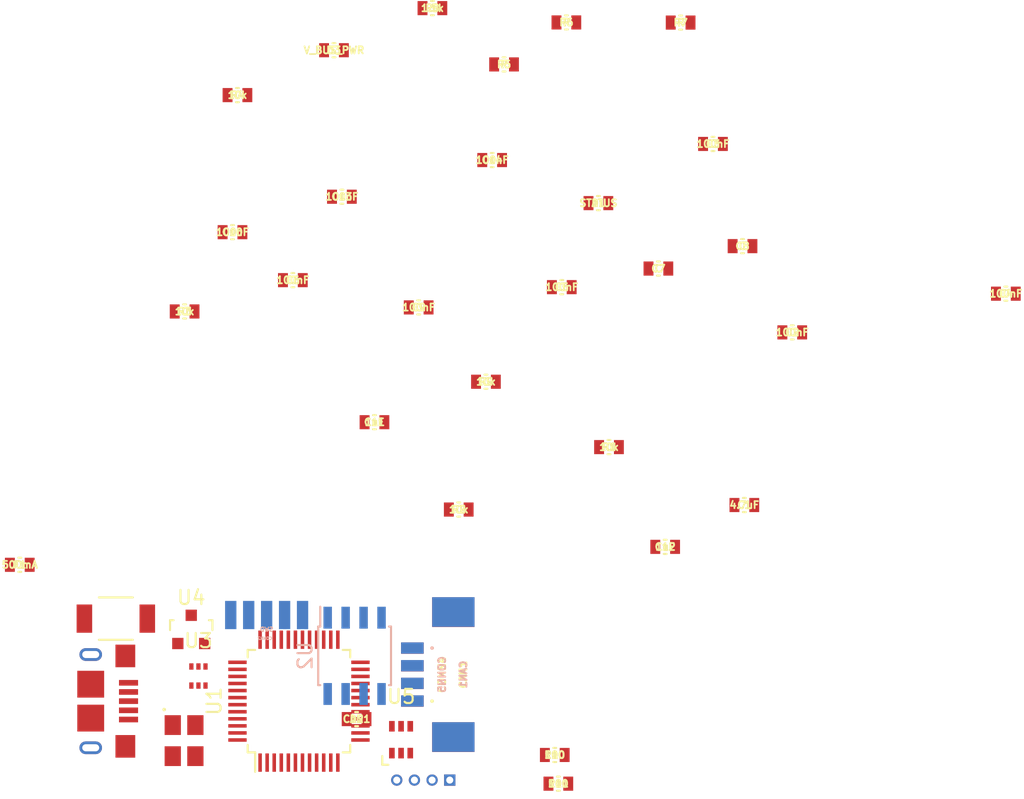
<source format=kicad_pcb>
(kicad_pcb (version 4) (host pcbnew "(2015-10-14 BZR 6267)-product")

  (general
    (links 113)
    (no_connects 112)
    (area 0 0 0 0)
    (thickness 1.6)
    (drawings 4)
    (tracks 7)
    (zones 0)
    (modules 41)
    (nets 55)
  )

  (page A4)
  (layers
    (0 F.Cu signal)
    (31 B.Cu signal)
    (32 B.Adhes user)
    (33 F.Adhes user)
    (34 B.Paste user)
    (35 F.Paste user)
    (36 B.SilkS user)
    (37 F.SilkS user)
    (38 B.Mask user)
    (39 F.Mask user)
    (40 Dwgs.User user)
    (41 Cmts.User user)
    (42 Eco1.User user)
    (43 Eco2.User user)
    (44 Edge.Cuts user)
    (45 Margin user)
    (46 B.CrtYd user)
    (47 F.CrtYd user)
    (48 B.Fab user)
    (49 F.Fab user)
  )

  (setup
    (last_trace_width 0.25)
    (trace_clearance 0.2)
    (zone_clearance 0.508)
    (zone_45_only no)
    (trace_min 0.2)
    (segment_width 0.2)
    (edge_width 0.1)
    (via_size 0.6)
    (via_drill 0.4)
    (via_min_size 0.4)
    (via_min_drill 0.3)
    (uvia_size 0.3)
    (uvia_drill 0.1)
    (uvias_allowed no)
    (uvia_min_size 0.2)
    (uvia_min_drill 0.1)
    (pcb_text_width 0.3)
    (pcb_text_size 1.5 1.5)
    (mod_edge_width 0.15)
    (mod_text_size 1 1)
    (mod_text_width 0.15)
    (pad_size 1.5 1.5)
    (pad_drill 0.6)
    (pad_to_mask_clearance 0)
    (aux_axis_origin 0 0)
    (visible_elements FFFFFF7F)
    (pcbplotparams
      (layerselection 0x00030_80000001)
      (usegerberextensions false)
      (excludeedgelayer true)
      (linewidth 0.100000)
      (plotframeref false)
      (viasonmask false)
      (mode 1)
      (useauxorigin false)
      (hpglpennumber 1)
      (hpglpenspeed 20)
      (hpglpendiameter 15)
      (hpglpenoverlay 2)
      (psnegative false)
      (psa4output false)
      (plotreference true)
      (plotvalue true)
      (plotinvisibletext false)
      (padsonsilk false)
      (subtractmaskfromsilk false)
      (outputformat 1)
      (mirror false)
      (drillshape 1)
      (scaleselection 1)
      (outputdirectory ""))
  )

  (net 0 "")
  (net 1 VCC)
  (net 2 GND)
  (net 3 /NRST)
  (net 4 "Net-(C7-Pad2)")
  (net 5 "Net-(C8-Pad2)")
  (net 6 /V_USB)
  (net 7 "Net-(C13-Pad1)")
  (net 8 /V_BUS)
  (net 9 /SWCLK)
  (net 10 /SWDIO)
  (net 11 "Net-(CONN3-Pad6)")
  (net 12 "Net-(CONN4-Pad4)")
  (net 13 "Net-(CONN4-Pad3)")
  (net 14 /STATUS_LED)
  (net 15 "Net-(D1-Pad1)")
  (net 16 /CAN1_LED)
  (net 17 "Net-(D2-Pad1)")
  (net 18 "Net-(D3-Pad1)")
  (net 19 /BOOT0)
  (net 20 /V_BUS_SENSE)
  (net 21 /USB_D+)
  (net 22 /V_BUS_ENABLE)
  (net 23 /CAN1_RX)
  (net 24 /CAN1_TX)
  (net 25 "Net-(CONN1-Pad4)")
  (net 26 "Net-(CONN1-Pad3)")
  (net 27 /UART1_RX)
  (net 28 /UART1_TX)
  (net 29 "Net-(CONN3-Pad2)")
  (net 30 "Net-(CONN3-Pad3)")
  (net 31 "Net-(U1-Pad2)")
  (net 32 "Net-(U1-Pad3)")
  (net 33 "Net-(U1-Pad4)")
  (net 34 "Net-(U1-Pad12)")
  (net 35 "Net-(U1-Pad13)")
  (net 36 "Net-(U1-Pad14)")
  (net 37 "Net-(U1-Pad15)")
  (net 38 "Net-(U1-Pad16)")
  (net 39 "Net-(U1-Pad17)")
  (net 40 /CAN_SILENT)
  (net 41 "Net-(U1-Pad22)")
  (net 42 "Net-(U1-Pad25)")
  (net 43 "Net-(U1-Pad26)")
  (net 44 "Net-(U1-Pad27)")
  (net 45 "Net-(U1-Pad28)")
  (net 46 "Net-(U1-Pad29)")
  (net 47 "Net-(U1-Pad30)")
  (net 48 "Net-(U1-Pad31)")
  (net 49 /USB_D-)
  (net 50 "Net-(U1-Pad38)")
  (net 51 "Net-(U1-Pad39)")
  (net 52 "Net-(U1-Pad40)")
  (net 53 "Net-(U1-Pad41)")
  (net 54 "Net-(U5-Pad6)")

  (net_class Default "This is the default net class."
    (clearance 0.2)
    (trace_width 0.25)
    (via_dia 0.6)
    (via_drill 0.4)
    (uvia_dia 0.3)
    (uvia_drill 0.1)
    (add_net /BOOT0)
    (add_net /CAN1_LED)
    (add_net /CAN1_RX)
    (add_net /CAN1_TX)
    (add_net /CAN_SILENT)
    (add_net /NRST)
    (add_net /STATUS_LED)
    (add_net /SWCLK)
    (add_net /SWDIO)
    (add_net /UART1_RX)
    (add_net /UART1_TX)
    (add_net /USB_D+)
    (add_net /USB_D-)
    (add_net /V_BUS)
    (add_net /V_BUS_ENABLE)
    (add_net /V_BUS_SENSE)
    (add_net /V_USB)
    (add_net GND)
    (add_net "Net-(C13-Pad1)")
    (add_net "Net-(C7-Pad2)")
    (add_net "Net-(C8-Pad2)")
    (add_net "Net-(CONN1-Pad3)")
    (add_net "Net-(CONN1-Pad4)")
    (add_net "Net-(CONN3-Pad2)")
    (add_net "Net-(CONN3-Pad3)")
    (add_net "Net-(CONN3-Pad6)")
    (add_net "Net-(CONN4-Pad3)")
    (add_net "Net-(CONN4-Pad4)")
    (add_net "Net-(D1-Pad1)")
    (add_net "Net-(D2-Pad1)")
    (add_net "Net-(D3-Pad1)")
    (add_net "Net-(U1-Pad12)")
    (add_net "Net-(U1-Pad13)")
    (add_net "Net-(U1-Pad14)")
    (add_net "Net-(U1-Pad15)")
    (add_net "Net-(U1-Pad16)")
    (add_net "Net-(U1-Pad17)")
    (add_net "Net-(U1-Pad2)")
    (add_net "Net-(U1-Pad22)")
    (add_net "Net-(U1-Pad25)")
    (add_net "Net-(U1-Pad26)")
    (add_net "Net-(U1-Pad27)")
    (add_net "Net-(U1-Pad28)")
    (add_net "Net-(U1-Pad29)")
    (add_net "Net-(U1-Pad3)")
    (add_net "Net-(U1-Pad30)")
    (add_net "Net-(U1-Pad31)")
    (add_net "Net-(U1-Pad38)")
    (add_net "Net-(U1-Pad39)")
    (add_net "Net-(U1-Pad4)")
    (add_net "Net-(U1-Pad40)")
    (add_net "Net-(U1-Pad41)")
    (add_net "Net-(U5-Pad6)")
    (add_net VCC)
  )

  (module _connectors:_Molex-PicoBlade-SMD-4 (layer F.Cu) (tedit 530D06C3) (tstamp 56201A2B)
    (at 146.304 125.3771 90)
    (path /5561FFB6)
    (fp_text reference CONN4 (at 0 -0.8 90) (layer F.SilkS)
      (effects (font (size 0.5 0.5) (thickness 0.125)))
    )
    (fp_text value CAN1 (at 0 0.7 90) (layer F.SilkS)
      (effects (font (size 0.5 0.5) (thickness 0.125)))
    )
    (fp_line (start -1.875 -1.5) (end -1.875 -1.51) (layer F.SilkS) (width 0.25))
    (pad 4 smd rect (at 1.875 -2.9 90) (size 0.8 1.6) (layers F.Cu F.Paste F.Mask)
      (net 12 "Net-(CONN4-Pad4)"))
    (pad 3 smd rect (at 0.625 -2.9 90) (size 0.8 1.6) (layers F.Cu F.Paste F.Mask)
      (net 13 "Net-(CONN4-Pad3)"))
    (pad 2 smd rect (at -0.625 -2.9 90) (size 0.8 1.6) (layers F.Cu F.Paste F.Mask)
      (net 2 GND))
    (pad 1 smd rect (at -1.875 -2.9 90) (size 0.8 1.6) (layers F.Cu F.Paste F.Mask)
      (net 8 /V_BUS))
    (pad MECH smd rect (at -4.425 0 90) (size 2.1 3) (layers F.Cu F.Paste F.Mask)
      (net 2 GND))
    (pad MECH smd rect (at 4.425 0 90) (size 2.1 3) (layers F.Cu F.Paste F.Mask)
      (net 2 GND))
  )

  (module _connectors:_Molex-PicoBlade-SMD-4 (layer B.Cu) (tedit 530D06C3) (tstamp 56201A36)
    (at 146.304 125.369 270)
    (path /55D47BFA)
    (fp_text reference CONN5 (at 0 0.8 270) (layer B.SilkS)
      (effects (font (size 0.5 0.5) (thickness 0.125)) (justify mirror))
    )
    (fp_text value CAN1 (at 0 -0.7 270) (layer B.SilkS)
      (effects (font (size 0.5 0.5) (thickness 0.125)) (justify mirror))
    )
    (fp_line (start -1.875 1.5) (end -1.875 1.51) (layer B.SilkS) (width 0.25))
    (pad 4 smd rect (at 1.875 2.9 270) (size 0.8 1.6) (layers B.Cu B.Paste B.Mask)
      (net 12 "Net-(CONN4-Pad4)"))
    (pad 3 smd rect (at 0.625 2.9 270) (size 0.8 1.6) (layers B.Cu B.Paste B.Mask)
      (net 13 "Net-(CONN4-Pad3)"))
    (pad 2 smd rect (at -0.625 2.9 270) (size 0.8 1.6) (layers B.Cu B.Paste B.Mask)
      (net 2 GND))
    (pad 1 smd rect (at -1.875 2.9 270) (size 0.8 1.6) (layers B.Cu B.Paste B.Mask)
      (net 8 /V_BUS))
    (pad MECH smd rect (at -4.425 0 270) (size 2.1 3) (layers B.Cu B.Paste B.Mask)
      (net 2 GND))
    (pad MECH smd rect (at 4.425 0 270) (size 2.1 3) (layers B.Cu B.Paste B.Mask)
      (net 2 GND))
  )

  (module Housings_QFP:LQFP-48_7x7mm_Pitch0.5mm (layer F.Cu) (tedit 5625633E) (tstamp 56201B38)
    (at 135.382 127.254 90)
    (descr "48 LEAD LQFP 7x7mm (see MICREL LQFP7x7-48LD-PL-1.pdf)")
    (tags "QFP 0.5")
    (path /5591172E)
    (attr smd)
    (fp_text reference U1 (at 0 -6 90) (layer F.SilkS)
      (effects (font (size 1 1) (thickness 0.15)))
    )
    (fp_text value STM32F302C8T (at 0 6 90) (layer F.Fab) hide
      (effects (font (size 1 1) (thickness 0.15)))
    )
    (fp_line (start -5.25 -5.25) (end -5.25 5.25) (layer F.CrtYd) (width 0.05))
    (fp_line (start 5.25 -5.25) (end 5.25 5.25) (layer F.CrtYd) (width 0.05))
    (fp_line (start -5.25 -5.25) (end 5.25 -5.25) (layer F.CrtYd) (width 0.05))
    (fp_line (start -5.25 5.25) (end 5.25 5.25) (layer F.CrtYd) (width 0.05))
    (fp_line (start -3.625 -3.625) (end -3.625 -3.1) (layer F.SilkS) (width 0.15))
    (fp_line (start 3.625 -3.625) (end 3.625 -3.1) (layer F.SilkS) (width 0.15))
    (fp_line (start 3.625 3.625) (end 3.625 3.1) (layer F.SilkS) (width 0.15))
    (fp_line (start -3.625 3.625) (end -3.625 3.1) (layer F.SilkS) (width 0.15))
    (fp_line (start -3.625 -3.625) (end -3.1 -3.625) (layer F.SilkS) (width 0.15))
    (fp_line (start -3.625 3.625) (end -3.1 3.625) (layer F.SilkS) (width 0.15))
    (fp_line (start 3.625 3.625) (end 3.1 3.625) (layer F.SilkS) (width 0.15))
    (fp_line (start 3.625 -3.625) (end 3.1 -3.625) (layer F.SilkS) (width 0.15))
    (fp_line (start -3.625 -3.1) (end -5 -3.1) (layer F.SilkS) (width 0.15))
    (pad 1 smd rect (at -4.35 -2.75 90) (size 1.3 0.25) (layers F.Cu F.Paste F.Mask)
      (net 1 VCC))
    (pad 2 smd rect (at -4.35 -2.25 90) (size 1.3 0.25) (layers F.Cu F.Paste F.Mask)
      (net 31 "Net-(U1-Pad2)"))
    (pad 3 smd rect (at -4.35 -1.75 90) (size 1.3 0.25) (layers F.Cu F.Paste F.Mask)
      (net 32 "Net-(U1-Pad3)"))
    (pad 4 smd rect (at -4.35 -1.25 90) (size 1.3 0.25) (layers F.Cu F.Paste F.Mask)
      (net 33 "Net-(U1-Pad4)"))
    (pad 5 smd rect (at -4.35 -0.75 90) (size 1.3 0.25) (layers F.Cu F.Paste F.Mask)
      (net 5 "Net-(C8-Pad2)"))
    (pad 6 smd rect (at -4.35 -0.25 90) (size 1.3 0.25) (layers F.Cu F.Paste F.Mask)
      (net 4 "Net-(C7-Pad2)"))
    (pad 7 smd rect (at -4.35 0.25 90) (size 1.3 0.25) (layers F.Cu F.Paste F.Mask)
      (net 3 /NRST))
    (pad 8 smd rect (at -4.35 0.75 90) (size 1.3 0.25) (layers F.Cu F.Paste F.Mask)
      (net 2 GND))
    (pad 9 smd rect (at -4.35 1.25 90) (size 1.3 0.25) (layers F.Cu F.Paste F.Mask)
      (net 1 VCC))
    (pad 10 smd rect (at -4.35 1.75 90) (size 1.3 0.25) (layers F.Cu F.Paste F.Mask)
      (net 19 /BOOT0))
    (pad 11 smd rect (at -4.35 2.25 90) (size 1.3 0.25) (layers F.Cu F.Paste F.Mask)
      (net 20 /V_BUS_SENSE))
    (pad 12 smd rect (at -4.35 2.75 90) (size 1.3 0.25) (layers F.Cu F.Paste F.Mask)
      (net 34 "Net-(U1-Pad12)"))
    (pad 13 smd rect (at -2.75 4.35 180) (size 1.3 0.25) (layers F.Cu F.Paste F.Mask)
      (net 35 "Net-(U1-Pad13)"))
    (pad 14 smd rect (at -2.25 4.35 180) (size 1.3 0.25) (layers F.Cu F.Paste F.Mask)
      (net 36 "Net-(U1-Pad14)"))
    (pad 15 smd rect (at -1.75 4.35 180) (size 1.3 0.25) (layers F.Cu F.Paste F.Mask)
      (net 37 "Net-(U1-Pad15)"))
    (pad 16 smd rect (at -1.25 4.35 180) (size 1.3 0.25) (layers F.Cu F.Paste F.Mask)
      (net 38 "Net-(U1-Pad16)"))
    (pad 17 smd rect (at -0.75 4.35 180) (size 1.3 0.25) (layers F.Cu F.Paste F.Mask)
      (net 39 "Net-(U1-Pad17)"))
    (pad 18 smd rect (at -0.25 4.35 180) (size 1.3 0.25) (layers F.Cu F.Paste F.Mask)
      (net 14 /STATUS_LED))
    (pad 19 smd rect (at 0.25 4.35 180) (size 1.3 0.25) (layers F.Cu F.Paste F.Mask)
      (net 16 /CAN1_LED))
    (pad 20 smd rect (at 0.75 4.35 180) (size 1.3 0.25) (layers F.Cu F.Paste F.Mask)
      (net 22 /V_BUS_ENABLE))
    (pad 21 smd rect (at 1.25 4.35 180) (size 1.3 0.25) (layers F.Cu F.Paste F.Mask)
      (net 40 /CAN_SILENT))
    (pad 22 smd rect (at 1.75 4.35 180) (size 1.3 0.25) (layers F.Cu F.Paste F.Mask)
      (net 41 "Net-(U1-Pad22)"))
    (pad 23 smd rect (at 2.25 4.35 180) (size 1.3 0.25) (layers F.Cu F.Paste F.Mask)
      (net 2 GND))
    (pad 24 smd rect (at 2.75 4.35 180) (size 1.3 0.25) (layers F.Cu F.Paste F.Mask)
      (net 1 VCC))
    (pad 25 smd rect (at 4.35 2.75 90) (size 1.3 0.25) (layers F.Cu F.Paste F.Mask)
      (net 42 "Net-(U1-Pad25)"))
    (pad 26 smd rect (at 4.35 2.25 90) (size 1.3 0.25) (layers F.Cu F.Paste F.Mask)
      (net 43 "Net-(U1-Pad26)"))
    (pad 27 smd rect (at 4.35 1.75 90) (size 1.3 0.25) (layers F.Cu F.Paste F.Mask)
      (net 44 "Net-(U1-Pad27)"))
    (pad 28 smd rect (at 4.35 1.25 90) (size 1.3 0.25) (layers F.Cu F.Paste F.Mask)
      (net 45 "Net-(U1-Pad28)"))
    (pad 29 smd rect (at 4.35 0.75 90) (size 1.3 0.25) (layers F.Cu F.Paste F.Mask)
      (net 46 "Net-(U1-Pad29)"))
    (pad 30 smd rect (at 4.35 0.25 90) (size 1.3 0.25) (layers F.Cu F.Paste F.Mask)
      (net 47 "Net-(U1-Pad30)"))
    (pad 31 smd rect (at 4.35 -0.25 90) (size 1.3 0.25) (layers F.Cu F.Paste F.Mask)
      (net 48 "Net-(U1-Pad31)"))
    (pad 32 smd rect (at 4.35 -0.75 90) (size 1.3 0.25) (layers F.Cu F.Paste F.Mask)
      (net 49 /USB_D-))
    (pad 33 smd rect (at 4.35 -1.25 90) (size 1.3 0.25) (layers F.Cu F.Paste F.Mask)
      (net 21 /USB_D+))
    (pad 34 smd rect (at 4.35 -1.75 90) (size 1.3 0.25) (layers F.Cu F.Paste F.Mask)
      (net 10 /SWDIO))
    (pad 35 smd rect (at 4.35 -2.25 90) (size 1.3 0.25) (layers F.Cu F.Paste F.Mask)
      (net 2 GND))
    (pad 36 smd rect (at 4.35 -2.75 90) (size 1.3 0.25) (layers F.Cu F.Paste F.Mask)
      (net 1 VCC))
    (pad 37 smd rect (at 2.75 -4.35 180) (size 1.3 0.25) (layers F.Cu F.Paste F.Mask)
      (net 9 /SWCLK))
    (pad 38 smd rect (at 2.25 -4.35 180) (size 1.3 0.25) (layers F.Cu F.Paste F.Mask)
      (net 50 "Net-(U1-Pad38)"))
    (pad 39 smd rect (at 1.75 -4.35 180) (size 1.3 0.25) (layers F.Cu F.Paste F.Mask)
      (net 51 "Net-(U1-Pad39)"))
    (pad 40 smd rect (at 1.25 -4.35 180) (size 1.3 0.25) (layers F.Cu F.Paste F.Mask)
      (net 52 "Net-(U1-Pad40)"))
    (pad 41 smd rect (at 0.75 -4.35 180) (size 1.3 0.25) (layers F.Cu F.Paste F.Mask)
      (net 53 "Net-(U1-Pad41)"))
    (pad 42 smd rect (at 0.25 -4.35 180) (size 1.3 0.25) (layers F.Cu F.Paste F.Mask)
      (net 28 /UART1_TX))
    (pad 43 smd rect (at -0.25 -4.35 180) (size 1.3 0.25) (layers F.Cu F.Paste F.Mask)
      (net 27 /UART1_RX))
    (pad 44 smd rect (at -0.75 -4.35 180) (size 1.3 0.25) (layers F.Cu F.Paste F.Mask)
      (net 19 /BOOT0))
    (pad 45 smd rect (at -1.25 -4.35 180) (size 1.3 0.25) (layers F.Cu F.Paste F.Mask)
      (net 23 /CAN1_RX))
    (pad 46 smd rect (at -1.75 -4.35 180) (size 1.3 0.25) (layers F.Cu F.Paste F.Mask)
      (net 24 /CAN1_TX))
    (pad 47 smd rect (at -2.25 -4.35 180) (size 1.3 0.25) (layers F.Cu F.Paste F.Mask)
      (net 2 GND))
    (pad 48 smd rect (at -2.75 -4.35 180) (size 1.3 0.25) (layers F.Cu F.Paste F.Mask)
      (net 1 VCC))
    (model Housings_QFP.3dshapes/LQFP-48_7x7mm_Pitch0.5mm.wrl
      (at (xyz 0 0 0))
      (scale (xyz 1 1 1))
      (rotate (xyz 0 0 0))
    )
  )

  (module Housings_SOT-23_SOT-143_TSOT-6:SOT-23 (layer F.Cu) (tedit 5625634F) (tstamp 56201B57)
    (at 127.762 122.174)
    (descr "SOT-23, Standard")
    (tags SOT-23)
    (path /55D2FCCD)
    (attr smd)
    (fp_text reference U4 (at 0 -2.25) (layer F.SilkS)
      (effects (font (size 1 1) (thickness 0.15)))
    )
    (fp_text value MCP1700 (at 0 2.3) (layer F.Fab) hide
      (effects (font (size 1 1) (thickness 0.15)))
    )
    (fp_line (start -1.65 -1.6) (end 1.65 -1.6) (layer F.CrtYd) (width 0.05))
    (fp_line (start 1.65 -1.6) (end 1.65 1.6) (layer F.CrtYd) (width 0.05))
    (fp_line (start 1.65 1.6) (end -1.65 1.6) (layer F.CrtYd) (width 0.05))
    (fp_line (start -1.65 1.6) (end -1.65 -1.6) (layer F.CrtYd) (width 0.05))
    (fp_line (start 1.29916 -0.65024) (end 1.2509 -0.65024) (layer F.SilkS) (width 0.15))
    (fp_line (start -1.49982 0.0508) (end -1.49982 -0.65024) (layer F.SilkS) (width 0.15))
    (fp_line (start -1.49982 -0.65024) (end -1.2509 -0.65024) (layer F.SilkS) (width 0.15))
    (fp_line (start 1.29916 -0.65024) (end 1.49982 -0.65024) (layer F.SilkS) (width 0.15))
    (fp_line (start 1.49982 -0.65024) (end 1.49982 0.0508) (layer F.SilkS) (width 0.15))
    (pad 1 smd rect (at -0.95 1.00076) (size 0.8001 0.8001) (layers F.Cu F.Paste F.Mask)
      (net 2 GND))
    (pad 2 smd rect (at 0.95 1.00076) (size 0.8001 0.8001) (layers F.Cu F.Paste F.Mask)
      (net 1 VCC))
    (pad 3 smd rect (at 0 -0.99822) (size 0.8001 0.8001) (layers F.Cu F.Paste F.Mask)
      (net 6 /V_USB))
    (model Housings_SOT-23_SOT-143_TSOT-6.3dshapes/SOT-23.wrl
      (at (xyz 0 0 0))
      (scale (xyz 1 1 1))
      (rotate (xyz 0 0 0))
    )
  )

  (module _div:_TSX-3225-SMD-XTAL (layer F.Cu) (tedit 56256334) (tstamp 56201B5F)
    (at 127.254 130.048 270)
    (path /55620E88)
    (fp_text reference X1 (at 0 -0.7 270) (layer F.SilkS) hide
      (effects (font (size 0.5 0.5) (thickness 0.125)))
    )
    (fp_text value "16MHz 10ppm" (at 0 0.7 270) (layer F.SilkS) hide
      (effects (font (size 0.5 0.5) (thickness 0.125)))
    )
    (fp_line (start -2.2 1.4) (end -2.2 1.41) (layer F.SilkS) (width 0.25))
    (pad 4 smd rect (at -1.1 -0.8 270) (size 1.4 1.15) (layers F.Cu F.Paste F.Mask)
      (net 2 GND))
    (pad 3 smd rect (at 1.1 -0.8 270) (size 1.4 1.15) (layers F.Cu F.Paste F.Mask)
      (net 5 "Net-(C8-Pad2)"))
    (pad 2 smd rect (at 1.1 0.8 270) (size 1.4 1.15) (layers F.Cu F.Paste F.Mask)
      (net 2 GND))
    (pad 1 smd rect (at -1.1 0.8 270) (size 1.4 1.15) (layers F.Cu F.Paste F.Mask)
      (net 4 "Net-(C7-Pad2)"))
  )

  (module _connectors:_Solder_Pad1.27_5 (layer B.Cu) (tedit 5352ADE7) (tstamp 562066EB)
    (at 133.096 121.158)
    (path /556202A5)
    (fp_text reference CONN2 (at -0.127 1.651) (layer B.SilkS)
      (effects (font (size 0.2 0.2) (thickness 0.05)) (justify mirror))
    )
    (fp_text value SWD (at 0 1.016) (layer B.SilkS)
      (effects (font (size 0.3 0.3) (thickness 0.075)) (justify mirror))
    )
    (pad 2 smd rect (at -1.27 0) (size 0.8 2) (layers B.Cu B.Paste B.Mask)
      (net 2 GND))
    (pad 1 smd rect (at -2.54 0) (size 0.8 2) (layers B.Cu B.Paste B.Mask)
      (net 1 VCC))
    (pad 3 smd rect (at 0 0) (size 0.8 2) (layers B.Cu B.Paste B.Mask)
      (net 3 /NRST))
    (pad 4 smd rect (at 1.27 0) (size 0.8 2) (layers B.Cu B.Paste B.Mask)
      (net 10 /SWDIO))
    (pad 5 smd rect (at 2.54 0) (size 0.8 2) (layers B.Cu B.Paste B.Mask)
      (net 9 /SWCLK))
  )

  (module _std:_0603 (layer F.Cu) (tedit 52FFB20E) (tstamp 562008F8)
    (at 166.8907 113.37036)
    (path /5561F145)
    (fp_text reference C1 (at 0 0) (layer F.SilkS)
      (effects (font (size 0.5 0.5) (thickness 0.125)))
    )
    (fp_text value 4.7uF (at 0 0) (layer F.SilkS)
      (effects (font (size 0.5 0.5) (thickness 0.125)))
    )
    (fp_line (start 0.1 0.5) (end -0.1 0.5) (layer F.SilkS) (width 0.15))
    (fp_line (start 0.1 -0.5) (end -0.1 -0.5) (layer F.SilkS) (width 0.15))
    (pad 2 smd rect (at 0.7 0) (size 0.7 1) (layers F.Cu F.Paste F.Mask)
      (net 2 GND))
    (pad 1 smd rect (at -0.7 0) (size 0.7 1) (layers F.Cu F.Paste F.Mask)
      (net 1 VCC))
  )

  (module _std:_0603 (layer F.Cu) (tedit 52FFB20E) (tstamp 562008FD)
    (at 170.27906 101.15042)
    (path /5561F125)
    (fp_text reference C2 (at 0 0) (layer F.SilkS)
      (effects (font (size 0.5 0.5) (thickness 0.125)))
    )
    (fp_text value 100nF (at 0 0) (layer F.SilkS)
      (effects (font (size 0.5 0.5) (thickness 0.125)))
    )
    (fp_line (start 0.1 0.5) (end -0.1 0.5) (layer F.SilkS) (width 0.15))
    (fp_line (start 0.1 -0.5) (end -0.1 -0.5) (layer F.SilkS) (width 0.15))
    (pad 2 smd rect (at 0.7 0) (size 0.7 1) (layers F.Cu F.Paste F.Mask)
      (net 2 GND))
    (pad 1 smd rect (at -0.7 0) (size 0.7 1) (layers F.Cu F.Paste F.Mask)
      (net 1 VCC))
  )

  (module _std:_0603 (layer F.Cu) (tedit 52FFB20E) (tstamp 56200902)
    (at 164.6707 87.81034)
    (path /5561F104)
    (fp_text reference C3 (at 0 0) (layer F.SilkS)
      (effects (font (size 0.5 0.5) (thickness 0.125)))
    )
    (fp_text value 100nF (at 0 0) (layer F.SilkS)
      (effects (font (size 0.5 0.5) (thickness 0.125)))
    )
    (fp_line (start 0.1 0.5) (end -0.1 0.5) (layer F.SilkS) (width 0.15))
    (fp_line (start 0.1 -0.5) (end -0.1 -0.5) (layer F.SilkS) (width 0.15))
    (pad 2 smd rect (at 0.7 0) (size 0.7 1) (layers F.Cu F.Paste F.Mask)
      (net 2 GND))
    (pad 1 smd rect (at -0.7 0) (size 0.7 1) (layers F.Cu F.Paste F.Mask)
      (net 1 VCC))
  )

  (module _std:_0603 (layer F.Cu) (tedit 52FFB20E) (tstamp 56200907)
    (at 185.38948 98.40976)
    (path /5561F0E9)
    (fp_text reference C4 (at 0 0) (layer F.SilkS)
      (effects (font (size 0.5 0.5) (thickness 0.125)))
    )
    (fp_text value 100nF (at 0 0) (layer F.SilkS)
      (effects (font (size 0.5 0.5) (thickness 0.125)))
    )
    (fp_line (start 0.1 0.5) (end -0.1 0.5) (layer F.SilkS) (width 0.15))
    (fp_line (start 0.1 -0.5) (end -0.1 -0.5) (layer F.SilkS) (width 0.15))
    (pad 2 smd rect (at 0.7 0) (size 0.7 1) (layers F.Cu F.Paste F.Mask)
      (net 2 GND))
    (pad 1 smd rect (at -0.7 0) (size 0.7 1) (layers F.Cu F.Paste F.Mask)
      (net 1 VCC))
  )

  (module _std:_0603 (layer F.Cu) (tedit 52FFB20E) (tstamp 5620090C)
    (at 153.97476 97.94748)
    (path /5562322D)
    (fp_text reference C5 (at 0 0) (layer F.SilkS)
      (effects (font (size 0.5 0.5) (thickness 0.125)))
    )
    (fp_text value 100nF (at 0 0) (layer F.SilkS)
      (effects (font (size 0.5 0.5) (thickness 0.125)))
    )
    (fp_line (start 0.1 0.5) (end -0.1 0.5) (layer F.SilkS) (width 0.15))
    (fp_line (start 0.1 -0.5) (end -0.1 -0.5) (layer F.SilkS) (width 0.15))
    (pad 2 smd rect (at 0.7 0) (size 0.7 1) (layers F.Cu F.Paste F.Mask)
      (net 2 GND))
    (pad 1 smd rect (at -0.7 0) (size 0.7 1) (layers F.Cu F.Paste F.Mask)
      (net 3 /NRST))
  )

  (module _std:_0603 (layer F.Cu) (tedit 52FFB20E) (tstamp 56200911)
    (at 134.9502 97.45218)
    (path /5561F0D0)
    (fp_text reference C6 (at 0 0) (layer F.SilkS)
      (effects (font (size 0.5 0.5) (thickness 0.125)))
    )
    (fp_text value 100nF (at 0 0) (layer F.SilkS)
      (effects (font (size 0.5 0.5) (thickness 0.125)))
    )
    (fp_line (start 0.1 0.5) (end -0.1 0.5) (layer F.SilkS) (width 0.15))
    (fp_line (start 0.1 -0.5) (end -0.1 -0.5) (layer F.SilkS) (width 0.15))
    (pad 2 smd rect (at 0.7 0) (size 0.7 1) (layers F.Cu F.Paste F.Mask)
      (net 2 GND))
    (pad 1 smd rect (at -0.7 0) (size 0.7 1) (layers F.Cu F.Paste F.Mask)
      (net 1 VCC))
  )

  (module _std:_0603 (layer F.Cu) (tedit 52FFB20E) (tstamp 56200916)
    (at 160.80994 96.63176)
    (path /55621176)
    (fp_text reference C7 (at 0 0) (layer F.SilkS)
      (effects (font (size 0.5 0.5) (thickness 0.125)))
    )
    (fp_text value C (at 0 0) (layer F.SilkS)
      (effects (font (size 0.5 0.5) (thickness 0.125)))
    )
    (fp_line (start 0.1 0.5) (end -0.1 0.5) (layer F.SilkS) (width 0.15))
    (fp_line (start 0.1 -0.5) (end -0.1 -0.5) (layer F.SilkS) (width 0.15))
    (pad 2 smd rect (at 0.7 0) (size 0.7 1) (layers F.Cu F.Paste F.Mask)
      (net 4 "Net-(C7-Pad2)"))
    (pad 1 smd rect (at -0.7 0) (size 0.7 1) (layers F.Cu F.Paste F.Mask)
      (net 2 GND))
  )

  (module _std:_0603 (layer F.Cu) (tedit 52FFB20E) (tstamp 5620091B)
    (at 166.76116 95.04426)
    (path /556210C8)
    (fp_text reference C8 (at 0 0) (layer F.SilkS)
      (effects (font (size 0.5 0.5) (thickness 0.125)))
    )
    (fp_text value C (at 0 0) (layer F.SilkS)
      (effects (font (size 0.5 0.5) (thickness 0.125)))
    )
    (fp_line (start 0.1 0.5) (end -0.1 0.5) (layer F.SilkS) (width 0.15))
    (fp_line (start 0.1 -0.5) (end -0.1 -0.5) (layer F.SilkS) (width 0.15))
    (pad 2 smd rect (at 0.7 0) (size 0.7 1) (layers F.Cu F.Paste F.Mask)
      (net 5 "Net-(C8-Pad2)"))
    (pad 1 smd rect (at -0.7 0) (size 0.7 1) (layers F.Cu F.Paste F.Mask)
      (net 2 GND))
  )

  (module _std:_0603 (layer F.Cu) (tedit 52FFB20E) (tstamp 56200920)
    (at 143.85032 99.38258)
    (path /560F039C)
    (fp_text reference C9 (at 0 0) (layer F.SilkS)
      (effects (font (size 0.5 0.5) (thickness 0.125)))
    )
    (fp_text value 100nF (at 0 0) (layer F.SilkS)
      (effects (font (size 0.5 0.5) (thickness 0.125)))
    )
    (fp_line (start 0.1 0.5) (end -0.1 0.5) (layer F.SilkS) (width 0.15))
    (fp_line (start 0.1 -0.5) (end -0.1 -0.5) (layer F.SilkS) (width 0.15))
    (pad 2 smd rect (at 0.7 0) (size 0.7 1) (layers F.Cu F.Paste F.Mask)
      (net 2 GND))
    (pad 1 smd rect (at -0.7 0) (size 0.7 1) (layers F.Cu F.Paste F.Mask)
      (net 6 /V_USB))
  )

  (module _std:_0603 (layer F.Cu) (tedit 52FFB20E) (tstamp 56200925)
    (at 130.6805 94.0562)
    (path /560EC337)
    (fp_text reference C10 (at 0 0) (layer F.SilkS)
      (effects (font (size 0.5 0.5) (thickness 0.125)))
    )
    (fp_text value 100nF (at 0 0) (layer F.SilkS)
      (effects (font (size 0.5 0.5) (thickness 0.125)))
    )
    (fp_line (start 0.1 0.5) (end -0.1 0.5) (layer F.SilkS) (width 0.15))
    (fp_line (start 0.1 -0.5) (end -0.1 -0.5) (layer F.SilkS) (width 0.15))
    (pad 2 smd rect (at 0.7 0) (size 0.7 1) (layers F.Cu F.Paste F.Mask)
      (net 2 GND))
    (pad 1 smd rect (at -0.7 0) (size 0.7 1) (layers F.Cu F.Paste F.Mask)
      (net 6 /V_USB))
  )

  (module _std:_0603 (layer F.Cu) (tedit 52FFB20E) (tstamp 5620092A)
    (at 140.72362 107.50804)
    (path /55D2FDCA)
    (fp_text reference C11 (at 0 0) (layer F.SilkS)
      (effects (font (size 0.5 0.5) (thickness 0.125)))
    )
    (fp_text value 1uF (at 0 0) (layer F.SilkS)
      (effects (font (size 0.5 0.5) (thickness 0.125)))
    )
    (fp_line (start 0.1 0.5) (end -0.1 0.5) (layer F.SilkS) (width 0.15))
    (fp_line (start 0.1 -0.5) (end -0.1 -0.5) (layer F.SilkS) (width 0.15))
    (pad 2 smd rect (at 0.7 0) (size 0.7 1) (layers F.Cu F.Paste F.Mask)
      (net 2 GND))
    (pad 1 smd rect (at -0.7 0) (size 0.7 1) (layers F.Cu F.Paste F.Mask)
      (net 6 /V_USB))
  )

  (module _std:_0603 (layer F.Cu) (tedit 52FFB20E) (tstamp 5620092F)
    (at 161.29 116.332)
    (path /55D2FE2A)
    (fp_text reference C12 (at 0 0) (layer F.SilkS)
      (effects (font (size 0.5 0.5) (thickness 0.125)))
    )
    (fp_text value 1uF (at 0 0) (layer F.SilkS)
      (effects (font (size 0.5 0.5) (thickness 0.125)))
    )
    (fp_line (start 0.1 0.5) (end -0.1 0.5) (layer F.SilkS) (width 0.15))
    (fp_line (start 0.1 -0.5) (end -0.1 -0.5) (layer F.SilkS) (width 0.15))
    (pad 2 smd rect (at 0.7 0) (size 0.7 1) (layers F.Cu F.Paste F.Mask)
      (net 2 GND))
    (pad 1 smd rect (at -0.7 0) (size 0.7 1) (layers F.Cu F.Paste F.Mask)
      (net 1 VCC))
  )

  (module _std:_0603 (layer F.Cu) (tedit 52FFB20E) (tstamp 56200934)
    (at 138.4198 91.54668)
    (path /560BF88C)
    (fp_text reference C13 (at 0 0) (layer F.SilkS)
      (effects (font (size 0.5 0.5) (thickness 0.125)))
    )
    (fp_text value 100nF (at 0 0) (layer F.SilkS)
      (effects (font (size 0.5 0.5) (thickness 0.125)))
    )
    (fp_line (start 0.1 0.5) (end -0.1 0.5) (layer F.SilkS) (width 0.15))
    (fp_line (start 0.1 -0.5) (end -0.1 -0.5) (layer F.SilkS) (width 0.15))
    (pad 2 smd rect (at 0.7 0) (size 0.7 1) (layers F.Cu F.Paste F.Mask)
      (net 2 GND))
    (pad 1 smd rect (at -0.7 0) (size 0.7 1) (layers F.Cu F.Paste F.Mask)
      (net 7 "Net-(C13-Pad1)"))
  )

  (module _std:_0603 (layer F.Cu) (tedit 52FFB20E) (tstamp 56200939)
    (at 149.0497 88.9508)
    (path /560EC29F)
    (fp_text reference C14 (at 0 0) (layer F.SilkS)
      (effects (font (size 0.5 0.5) (thickness 0.125)))
    )
    (fp_text value 100nF (at 0 0) (layer F.SilkS)
      (effects (font (size 0.5 0.5) (thickness 0.125)))
    )
    (fp_line (start 0.1 0.5) (end -0.1 0.5) (layer F.SilkS) (width 0.15))
    (fp_line (start 0.1 -0.5) (end -0.1 -0.5) (layer F.SilkS) (width 0.15))
    (pad 2 smd rect (at 0.7 0) (size 0.7 1) (layers F.Cu F.Paste F.Mask)
      (net 2 GND))
    (pad 1 smd rect (at -0.7 0) (size 0.7 1) (layers F.Cu F.Paste F.Mask)
      (net 8 /V_BUS))
  )

  (module _std:_0603 (layer F.Cu) (tedit 52FFB20E) (tstamp 5620093E)
    (at 156.5656 91.9988)
    (path /55624274)
    (fp_text reference D1 (at 0 0) (layer F.SilkS)
      (effects (font (size 0.5 0.5) (thickness 0.125)))
    )
    (fp_text value STATUS (at 0 0) (layer F.SilkS)
      (effects (font (size 0.5 0.5) (thickness 0.125)))
    )
    (fp_line (start 0.1 0.5) (end -0.1 0.5) (layer F.SilkS) (width 0.15))
    (fp_line (start 0.1 -0.5) (end -0.1 -0.5) (layer F.SilkS) (width 0.15))
    (pad 2 smd rect (at 0.7 0) (size 0.7 1) (layers F.Cu F.Paste F.Mask)
      (net 14 /STATUS_LED))
    (pad 1 smd rect (at -0.7 0) (size 0.7 1) (layers F.Cu F.Paste F.Mask)
      (net 15 "Net-(D1-Pad1)"))
  )

  (module _std:_0603 (layer F.Cu) (tedit 52FFB20E) (tstamp 56200943)
    (at 139.4587 128.524)
    (path /55622E77)
    (fp_text reference D2 (at 0 0) (layer F.SilkS)
      (effects (font (size 0.5 0.5) (thickness 0.125)))
    )
    (fp_text value CAN1 (at 0 0) (layer F.SilkS)
      (effects (font (size 0.5 0.5) (thickness 0.125)))
    )
    (fp_line (start 0.1 0.5) (end -0.1 0.5) (layer F.SilkS) (width 0.15))
    (fp_line (start 0.1 -0.5) (end -0.1 -0.5) (layer F.SilkS) (width 0.15))
    (pad 2 smd rect (at 0.7 0) (size 0.7 1) (layers F.Cu F.Paste F.Mask)
      (net 16 /CAN1_LED))
    (pad 1 smd rect (at -0.7 0) (size 0.7 1) (layers F.Cu F.Paste F.Mask)
      (net 17 "Net-(D2-Pad1)"))
  )

  (module _std:_0603 (layer F.Cu) (tedit 52FFB20E) (tstamp 56200948)
    (at 137.8585 81.17586)
    (path /560BDA9A)
    (fp_text reference D3 (at 0 0) (layer F.SilkS)
      (effects (font (size 0.5 0.5) (thickness 0.125)))
    )
    (fp_text value V_BUS_PWR (at 0 0) (layer F.SilkS)
      (effects (font (size 0.5 0.5) (thickness 0.125)))
    )
    (fp_line (start 0.1 0.5) (end -0.1 0.5) (layer F.SilkS) (width 0.15))
    (fp_line (start 0.1 -0.5) (end -0.1 -0.5) (layer F.SilkS) (width 0.15))
    (pad 2 smd rect (at 0.7 0) (size 0.7 1) (layers F.Cu F.Paste F.Mask)
      (net 8 /V_BUS))
    (pad 1 smd rect (at -0.7 0) (size 0.7 1) (layers F.Cu F.Paste F.Mask)
      (net 18 "Net-(D3-Pad1)"))
  )

  (module _std:_0603 (layer F.Cu) (tedit 52FFB20E) (tstamp 5620094D)
    (at 115.632 117.602 180)
    (path /55D30CFC)
    (fp_text reference F1 (at 0 0 180) (layer F.SilkS)
      (effects (font (size 0.5 0.5) (thickness 0.125)))
    )
    (fp_text value 500mA (at 0 0 180) (layer F.SilkS)
      (effects (font (size 0.5 0.5) (thickness 0.125)))
    )
    (fp_line (start 0.1 0.5) (end -0.1 0.5) (layer F.SilkS) (width 0.15))
    (fp_line (start 0.1 -0.5) (end -0.1 -0.5) (layer F.SilkS) (width 0.15))
    (pad 2 smd rect (at 0.7 0 180) (size 0.7 1) (layers F.Cu F.Paste F.Mask)
      (net 7 "Net-(C13-Pad1)"))
    (pad 1 smd rect (at -0.7 0 180) (size 0.7 1) (layers F.Cu F.Paste F.Mask)
      (net 6 /V_USB))
  )

  (module _std:_0603 (layer F.Cu) (tedit 52FFB20E) (tstamp 56200952)
    (at 157.3149 109.2708)
    (path /5561F5B0)
    (fp_text reference R1 (at 0 0) (layer F.SilkS)
      (effects (font (size 0.5 0.5) (thickness 0.125)))
    )
    (fp_text value 10k (at 0 0) (layer F.SilkS)
      (effects (font (size 0.5 0.5) (thickness 0.125)))
    )
    (fp_line (start 0.1 0.5) (end -0.1 0.5) (layer F.SilkS) (width 0.15))
    (fp_line (start 0.1 -0.5) (end -0.1 -0.5) (layer F.SilkS) (width 0.15))
    (pad 2 smd rect (at 0.7 0) (size 0.7 1) (layers F.Cu F.Paste F.Mask)
      (net 3 /NRST))
    (pad 1 smd rect (at -0.7 0) (size 0.7 1) (layers F.Cu F.Paste F.Mask)
      (net 1 VCC))
  )

  (module _std:_0603 (layer F.Cu) (tedit 52FFB20E) (tstamp 56200957)
    (at 146.685 113.6904)
    (path /55624A9D)
    (fp_text reference R2 (at 0 0) (layer F.SilkS)
      (effects (font (size 0.5 0.5) (thickness 0.125)))
    )
    (fp_text value 10k (at 0 0) (layer F.SilkS)
      (effects (font (size 0.5 0.5) (thickness 0.125)))
    )
    (fp_line (start 0.1 0.5) (end -0.1 0.5) (layer F.SilkS) (width 0.15))
    (fp_line (start 0.1 -0.5) (end -0.1 -0.5) (layer F.SilkS) (width 0.15))
    (pad 2 smd rect (at 0.7 0) (size 0.7 1) (layers F.Cu F.Paste F.Mask)
      (net 2 GND))
    (pad 1 smd rect (at -0.7 0) (size 0.7 1) (layers F.Cu F.Paste F.Mask)
      (net 19 /BOOT0))
  )

  (module _std:_0603 (layer F.Cu) (tedit 52FFB20E) (tstamp 5620095C)
    (at 127.2921 99.6696)
    (path /560BE6FC)
    (fp_text reference R3 (at 0 0) (layer F.SilkS)
      (effects (font (size 0.5 0.5) (thickness 0.125)))
    )
    (fp_text value 10k (at 0 0) (layer F.SilkS)
      (effects (font (size 0.5 0.5) (thickness 0.125)))
    )
    (fp_line (start 0.1 0.5) (end -0.1 0.5) (layer F.SilkS) (width 0.15))
    (fp_line (start 0.1 -0.5) (end -0.1 -0.5) (layer F.SilkS) (width 0.15))
    (pad 2 smd rect (at 0.7 0) (size 0.7 1) (layers F.Cu F.Paste F.Mask)
      (net 20 /V_BUS_SENSE))
    (pad 1 smd rect (at -0.7 0) (size 0.7 1) (layers F.Cu F.Paste F.Mask)
      (net 8 /V_BUS))
  )

  (module _std:_0603 (layer F.Cu) (tedit 52FFB20E) (tstamp 56200961)
    (at 131.0308 84.3534)
    (path /560BE79F)
    (fp_text reference R4 (at 0 0) (layer F.SilkS)
      (effects (font (size 0.5 0.5) (thickness 0.125)))
    )
    (fp_text value 10k (at 0 0) (layer F.SilkS)
      (effects (font (size 0.5 0.5) (thickness 0.125)))
    )
    (fp_line (start 0.1 0.5) (end -0.1 0.5) (layer F.SilkS) (width 0.15))
    (fp_line (start 0.1 -0.5) (end -0.1 -0.5) (layer F.SilkS) (width 0.15))
    (pad 2 smd rect (at 0.7 0) (size 0.7 1) (layers F.Cu F.Paste F.Mask)
      (net 2 GND))
    (pad 1 smd rect (at -0.7 0) (size 0.7 1) (layers F.Cu F.Paste F.Mask)
      (net 20 /V_BUS_SENSE))
  )

  (module _std:_0603 (layer F.Cu) (tedit 52FFB20E) (tstamp 56200966)
    (at 149.8903 82.1817)
    (path /5562427A)
    (fp_text reference R5 (at 0 0) (layer F.SilkS)
      (effects (font (size 0.5 0.5) (thickness 0.125)))
    )
    (fp_text value R (at 0 0) (layer F.SilkS)
      (effects (font (size 0.5 0.5) (thickness 0.125)))
    )
    (fp_line (start 0.1 0.5) (end -0.1 0.5) (layer F.SilkS) (width 0.15))
    (fp_line (start 0.1 -0.5) (end -0.1 -0.5) (layer F.SilkS) (width 0.15))
    (pad 2 smd rect (at 0.7 0) (size 0.7 1) (layers F.Cu F.Paste F.Mask)
      (net 2 GND))
    (pad 1 smd rect (at -0.7 0) (size 0.7 1) (layers F.Cu F.Paste F.Mask)
      (net 15 "Net-(D1-Pad1)"))
  )

  (module _std:_0603 (layer F.Cu) (tedit 52FFB20E) (tstamp 5620096B)
    (at 154.3001 79.2099)
    (path /55622F4C)
    (fp_text reference R6 (at 0 0) (layer F.SilkS)
      (effects (font (size 0.5 0.5) (thickness 0.125)))
    )
    (fp_text value R (at 0 0) (layer F.SilkS)
      (effects (font (size 0.5 0.5) (thickness 0.125)))
    )
    (fp_line (start 0.1 0.5) (end -0.1 0.5) (layer F.SilkS) (width 0.15))
    (fp_line (start 0.1 -0.5) (end -0.1 -0.5) (layer F.SilkS) (width 0.15))
    (pad 2 smd rect (at 0.7 0) (size 0.7 1) (layers F.Cu F.Paste F.Mask)
      (net 2 GND))
    (pad 1 smd rect (at -0.7 0) (size 0.7 1) (layers F.Cu F.Paste F.Mask)
      (net 17 "Net-(D2-Pad1)"))
  )

  (module _std:_0603 (layer F.Cu) (tedit 52FFB20E) (tstamp 56200970)
    (at 162.3822 79.22006)
    (path /560BDAA0)
    (fp_text reference R7 (at 0 0) (layer F.SilkS)
      (effects (font (size 0.5 0.5) (thickness 0.125)))
    )
    (fp_text value R (at 0 0) (layer F.SilkS)
      (effects (font (size 0.5 0.5) (thickness 0.125)))
    )
    (fp_line (start 0.1 0.5) (end -0.1 0.5) (layer F.SilkS) (width 0.15))
    (fp_line (start 0.1 -0.5) (end -0.1 -0.5) (layer F.SilkS) (width 0.15))
    (pad 2 smd rect (at 0.7 0) (size 0.7 1) (layers F.Cu F.Paste F.Mask)
      (net 2 GND))
    (pad 1 smd rect (at -0.7 0) (size 0.7 1) (layers F.Cu F.Paste F.Mask)
      (net 18 "Net-(D3-Pad1)"))
  )

  (module _std:_0603 (layer F.Cu) (tedit 52FFB20E) (tstamp 56200975)
    (at 144.823 78.19644)
    (path /560C3883)
    (fp_text reference R8 (at 0 0) (layer F.SilkS)
      (effects (font (size 0.5 0.5) (thickness 0.125)))
    )
    (fp_text value 1.5k (at 0 0) (layer F.SilkS)
      (effects (font (size 0.5 0.5) (thickness 0.125)))
    )
    (fp_line (start 0.1 0.5) (end -0.1 0.5) (layer F.SilkS) (width 0.15))
    (fp_line (start 0.1 -0.5) (end -0.1 -0.5) (layer F.SilkS) (width 0.15))
    (pad 2 smd rect (at 0.7 0) (size 0.7 1) (layers F.Cu F.Paste F.Mask)
      (net 21 /USB_D+))
    (pad 1 smd rect (at -0.7 0) (size 0.7 1) (layers F.Cu F.Paste F.Mask)
      (net 1 VCC))
  )

  (module _std:_0603 (layer F.Cu) (tedit 52FFB20E) (tstamp 5620097A)
    (at 148.61032 104.64292)
    (path /55D3204D)
    (fp_text reference R9 (at 0 0) (layer F.SilkS)
      (effects (font (size 0.5 0.5) (thickness 0.125)))
    )
    (fp_text value 10k (at 0 0) (layer F.SilkS)
      (effects (font (size 0.5 0.5) (thickness 0.125)))
    )
    (fp_line (start 0.1 0.5) (end -0.1 0.5) (layer F.SilkS) (width 0.15))
    (fp_line (start 0.1 -0.5) (end -0.1 -0.5) (layer F.SilkS) (width 0.15))
    (pad 2 smd rect (at 0.7 0) (size 0.7 1) (layers F.Cu F.Paste F.Mask)
      (net 2 GND))
    (pad 1 smd rect (at -0.7 0) (size 0.7 1) (layers F.Cu F.Paste F.Mask)
      (net 22 /V_BUS_ENABLE))
  )

  (module _std:_0603 (layer F.Cu) (tedit 52FFB20E) (tstamp 56200984)
    (at 153.478 131.064)
    (path /56200AC5)
    (fp_text reference R10 (at 0 0) (layer F.SilkS)
      (effects (font (size 0.5 0.5) (thickness 0.125)))
    )
    (fp_text value 100 (at 0 0) (layer F.SilkS)
      (effects (font (size 0.5 0.5) (thickness 0.125)))
    )
    (fp_line (start 0.1 0.5) (end -0.1 0.5) (layer F.SilkS) (width 0.15))
    (fp_line (start 0.1 -0.5) (end -0.1 -0.5) (layer F.SilkS) (width 0.15))
    (pad 2 smd rect (at 0.7 0) (size 0.7 1) (layers F.Cu F.Paste F.Mask)
      (net 27 /UART1_RX))
    (pad 1 smd rect (at -0.7 0) (size 0.7 1) (layers F.Cu F.Paste F.Mask)
      (net 25 "Net-(CONN1-Pad4)"))
  )

  (module _std:_0603 (layer F.Cu) (tedit 52FFB20E) (tstamp 5620098A)
    (at 153.732 133.096)
    (path /56200BDD)
    (fp_text reference R11 (at 0 0) (layer F.SilkS)
      (effects (font (size 0.5 0.5) (thickness 0.125)))
    )
    (fp_text value 100 (at 0 0) (layer F.SilkS)
      (effects (font (size 0.5 0.5) (thickness 0.125)))
    )
    (fp_line (start 0.1 0.5) (end -0.1 0.5) (layer F.SilkS) (width 0.15))
    (fp_line (start 0.1 -0.5) (end -0.1 -0.5) (layer F.SilkS) (width 0.15))
    (pad 2 smd rect (at 0.7 0) (size 0.7 1) (layers F.Cu F.Paste F.Mask)
      (net 28 /UART1_TX))
    (pad 1 smd rect (at -0.7 0) (size 0.7 1) (layers F.Cu F.Paste F.Mask)
      (net 26 "Net-(CONN1-Pad3)"))
  )

  (module _connectors:Molex-PicoBlade-4 (layer F.Cu) (tedit 5625631D) (tstamp 562553D8)
    (at 146.05 132.842 180)
    (path /56255440)
    (fp_text reference CONN1 (at 0 1 180) (layer F.SilkS) hide
      (effects (font (size 0.5 0.5) (thickness 0.1)))
    )
    (fp_text value UART (at 0 1 180) (layer F.SilkS) hide
      (effects (font (size 0.5 0.5) (thickness 0.1)))
    )
    (pad 1 thru_hole rect (at 0 0 180) (size 0.8 0.8) (drill 0.5) (layers *.Cu *.Mask)
      (net 1 VCC))
    (pad 2 thru_hole circle (at 1.25 0 180) (size 0.8 0.8) (drill 0.5) (layers *.Cu *.Mask)
      (net 2 GND))
    (pad 3 thru_hole circle (at 2.5 0 180) (size 0.8 0.8) (drill 0.5) (layers *.Cu *.Mask)
      (net 26 "Net-(CONN1-Pad3)"))
    (pad 4 thru_hole circle (at 3.75 0 180) (size 0.8 0.8) (drill 0.5) (layers *.Cu *.Mask)
      (net 25 "Net-(CONN1-Pad4)"))
  )

  (module _connectors:_Micro-USB-AB-receptacle-SMT-th (layer F.Cu) (tedit 5625437D) (tstamp 562553DF)
    (at 120.65 127.254 270)
    (descr "part number: 10118193-0001LF")
    (tags "micro USB, connector, receptacle")
    (path /560C1FE3)
    (fp_text reference CONN3 (at 0 -5.5 270) (layer F.SilkS) hide
      (effects (font (size 0.5 0.5) (thickness 0.125)))
    )
    (fp_text value MICRO_USB (at 0 -4.5 270) (layer F.SilkS) hide
      (effects (font (size 0.5 0.5) (thickness 0.125)))
    )
    (pad 6 smd rect (at 1.2 0 270) (size 1.9 1.9) (layers F.Cu F.Mask)
      (net 11 "Net-(CONN3-Pad6)") (solder_mask_margin 0.2) (clearance 0.3))
    (pad 6 smd rect (at -1.2 0 270) (size 1.9 1.9) (layers F.Cu F.Mask)
      (net 11 "Net-(CONN3-Pad6)") (solder_mask_margin 0.2) (clearance 0.3))
    (pad 6 smd rect (at -3.2 -2.45 270) (size 1.6 1.4) (layers F.Cu F.Mask)
      (net 11 "Net-(CONN3-Pad6)") (solder_mask_margin 0.2) (clearance 0.3))
    (pad 6 smd rect (at 3.2 -2.45 270) (size 1.6 1.4) (layers F.Cu F.Mask)
      (net 11 "Net-(CONN3-Pad6)") (solder_mask_margin 0.2) (clearance 0.3))
    (pad 1 smd rect (at -1.3 -2.675 270) (size 0.4 1.35) (layers F.Cu F.Mask)
      (net 7 "Net-(C13-Pad1)") (solder_mask_margin 0.15) (clearance 0.24))
    (pad 2 smd rect (at -0.65 -2.675 270) (size 0.4 1.35) (layers F.Cu F.Mask)
      (net 29 "Net-(CONN3-Pad2)") (solder_mask_margin 0.15) (clearance 0.24))
    (pad 5 smd rect (at 1.3 -2.675 270) (size 0.4 1.35) (layers F.Cu F.Mask)
      (net 2 GND) (solder_mask_margin 0.15) (clearance 0.24))
    (pad 4 smd rect (at 0.65 -2.675 270) (size 0.4 1.35) (layers F.Cu F.Mask)
      (net 2 GND) (solder_mask_margin 0.15) (clearance 0.24))
    (pad 3 smd rect (at 0 -2.675 270) (size 0.4 1.35) (layers F.Cu F.Mask)
      (net 30 "Net-(CONN3-Pad3)") (solder_mask_margin 0.15) (clearance 0.24))
    (pad 6 thru_hole oval (at 3.3 0 270) (size 0.9 1.6) (drill oval 0.5 1.2) (layers *.Cu *.Mask)
      (net 11 "Net-(CONN3-Pad6)") (solder_mask_margin 0.2) (clearance 0.3))
    (pad 6 thru_hole oval (at -3.3 0 270) (size 0.9 1.6) (drill oval 0.5 1.2) (layers *.Cu *.Mask)
      (net 11 "Net-(CONN3-Pad6)") (solder_mask_margin 0.2) (clearance 0.3))
  )

  (module _div:PushButtonSMD-5x3mm (layer F.Cu) (tedit 562567DB) (tstamp 56255DEF)
    (at 122.428 121.412)
    (path /5561F81F)
    (fp_text reference SW1 (at 0 0) (layer F.SilkS) hide
      (effects (font (size 0.5 0.5) (thickness 0.1)))
    )
    (fp_text value SW_PUSH (at 0 0) (layer F.SilkS) hide
      (effects (font (size 0.5 0.5) (thickness 0.1)))
    )
    (fp_line (start -1.2 1.5) (end 1.2 1.5) (layer F.SilkS) (width 0.15))
    (fp_line (start -1.2 -1.5) (end 1.2 -1.5) (layer F.SilkS) (width 0.15))
    (pad 1 smd rect (at -2.225 0) (size 1.1 2) (layers F.Cu F.Paste F.Mask)
      (net 19 /BOOT0))
    (pad 2 smd rect (at 2.225 0) (size 1.1 2) (layers F.Cu F.Paste F.Mask)
      (net 1 VCC))
  )

  (module Housings_SOIC:SOIC-8_3.9x4.9mm_Pitch1.27mm (layer B.Cu) (tedit 56256344) (tstamp 562562AE)
    (at 139.319 124.046 270)
    (descr "8-Lead Plastic Small Outline (SN) - Narrow, 3.90 mm Body [SOIC] (see Microchip Packaging Specification 00000049BS.pdf)")
    (tags "SOIC 1.27")
    (path /55929DE5)
    (attr smd)
    (fp_text reference U2 (at 0 3.5 270) (layer B.SilkS)
      (effects (font (size 1 1) (thickness 0.15)) (justify mirror))
    )
    (fp_text value SN65HVD256 (at 0 -3.5 270) (layer B.Fab) hide
      (effects (font (size 1 1) (thickness 0.15)) (justify mirror))
    )
    (fp_line (start -3.75 2.75) (end -3.75 -2.75) (layer B.CrtYd) (width 0.05))
    (fp_line (start 3.75 2.75) (end 3.75 -2.75) (layer B.CrtYd) (width 0.05))
    (fp_line (start -3.75 2.75) (end 3.75 2.75) (layer B.CrtYd) (width 0.05))
    (fp_line (start -3.75 -2.75) (end 3.75 -2.75) (layer B.CrtYd) (width 0.05))
    (fp_line (start -2.075 2.575) (end -2.075 2.43) (layer B.SilkS) (width 0.15))
    (fp_line (start 2.075 2.575) (end 2.075 2.43) (layer B.SilkS) (width 0.15))
    (fp_line (start 2.075 -2.575) (end 2.075 -2.43) (layer B.SilkS) (width 0.15))
    (fp_line (start -2.075 -2.575) (end -2.075 -2.43) (layer B.SilkS) (width 0.15))
    (fp_line (start -2.075 2.575) (end 2.075 2.575) (layer B.SilkS) (width 0.15))
    (fp_line (start -2.075 -2.575) (end 2.075 -2.575) (layer B.SilkS) (width 0.15))
    (fp_line (start -2.075 2.43) (end -3.475 2.43) (layer B.SilkS) (width 0.15))
    (pad 1 smd rect (at -2.7 1.905 270) (size 1.55 0.6) (layers B.Cu B.Paste B.Mask)
      (net 24 /CAN1_TX))
    (pad 2 smd rect (at -2.7 0.635 270) (size 1.55 0.6) (layers B.Cu B.Paste B.Mask)
      (net 2 GND))
    (pad 3 smd rect (at -2.7 -0.635 270) (size 1.55 0.6) (layers B.Cu B.Paste B.Mask)
      (net 6 /V_USB))
    (pad 4 smd rect (at -2.7 -1.905 270) (size 1.55 0.6) (layers B.Cu B.Paste B.Mask)
      (net 23 /CAN1_RX))
    (pad 5 smd rect (at 2.7 -1.905 270) (size 1.55 0.6) (layers B.Cu B.Paste B.Mask)
      (net 1 VCC))
    (pad 6 smd rect (at 2.7 -0.635 270) (size 1.55 0.6) (layers B.Cu B.Paste B.Mask)
      (net 12 "Net-(CONN4-Pad4)"))
    (pad 7 smd rect (at 2.7 0.635 270) (size 1.55 0.6) (layers B.Cu B.Paste B.Mask)
      (net 13 "Net-(CONN4-Pad3)"))
    (pad 8 smd rect (at 2.7 1.905 270) (size 1.55 0.6) (layers B.Cu B.Paste B.Mask)
      (net 40 /CAN_SILENT))
    (model Housings_SOIC.3dshapes/SOIC-8_3.9x4.9mm_Pitch1.27mm.wrl
      (at (xyz 0 0 0))
      (scale (xyz 1 1 1))
      (rotate (xyz 0 0 0))
    )
  )

  (module _std:SOT-563_6-lead (layer F.Cu) (tedit 56256353) (tstamp 562562C2)
    (at 128.27 125.476 180)
    (path /560EE9C9)
    (fp_text reference U3 (at 0 2.5 180) (layer F.SilkS)
      (effects (font (size 1 1) (thickness 0.15)))
    )
    (fp_text value NUF2042XV6 (at 0 -2.5 180) (layer F.Fab) hide
      (effects (font (size 1 1) (thickness 0.15)))
    )
    (pad 1 smd rect (at -0.5 0.675 180) (size 0.3 0.45) (layers F.Cu F.Paste F.Mask)
      (net 49 /USB_D-))
    (pad 2 smd rect (at 0 0.675 180) (size 0.3 0.45) (layers F.Cu F.Paste F.Mask)
      (net 2 GND))
    (pad 3 smd rect (at 0.5 0.675 180) (size 0.3 0.45) (layers F.Cu F.Paste F.Mask)
      (net 21 /USB_D+))
    (pad 4 smd rect (at 0.5 -0.675 180) (size 0.3 0.45) (layers F.Cu F.Paste F.Mask)
      (net 30 "Net-(CONN3-Pad3)"))
    (pad 5 smd rect (at 0 -0.675 180) (size 0.3 0.45) (layers F.Cu F.Paste F.Mask)
      (net 7 "Net-(C13-Pad1)"))
    (pad 6 smd rect (at -0.5 -0.675 180) (size 0.3 0.45) (layers F.Cu F.Paste F.Mask)
      (net 29 "Net-(CONN3-Pad2)"))
  )

  (module Housings_SOT-23_SOT-143_TSOT-6:SC-70-6 (layer F.Cu) (tedit 5625634A) (tstamp 562562CC)
    (at 142.60576 129.98196)
    (descr SC-70-6,)
    (tags SC-70-6,)
    (path /559440D2)
    (attr smd)
    (fp_text reference U5 (at 0.01016 -3.05054) (layer F.SilkS)
      (effects (font (size 1 1) (thickness 0.15)))
    )
    (fp_text value SiP32431 (at 0.04064 4.191) (layer F.Fab) hide
      (effects (font (size 1 1) (thickness 0.15)))
    )
    (fp_line (start -1.33096 1.16078) (end -1.33096 1.77038) (layer F.SilkS) (width 0.15))
    (fp_line (start -1.33096 1.77038) (end -0.89916 1.78054) (layer F.SilkS) (width 0.15))
    (pad 1 smd rect (at -0.65024 0.94996) (size 0.39878 0.7493) (layers F.Cu F.Paste F.Mask)
      (net 8 /V_BUS))
    (pad 2 smd rect (at 0 0.94996) (size 0.39878 0.7493) (layers F.Cu F.Paste F.Mask)
      (net 2 GND))
    (pad 3 smd rect (at 0.65024 0.94996) (size 0.39878 0.7493) (layers F.Cu F.Paste F.Mask)
      (net 22 /V_BUS_ENABLE))
    (pad 4 smd rect (at 0.65024 -0.94996) (size 0.39878 0.7493) (layers F.Cu F.Paste F.Mask)
      (net 6 /V_USB))
    (pad 5 smd rect (at 0 -0.94996) (size 0.39878 0.7493) (layers F.Cu F.Paste F.Mask)
      (net 2 GND))
    (pad 6 smd rect (at -0.65024 -0.94996) (size 0.39878 0.7493) (layers F.Cu F.Paste F.Mask)
      (net 54 "Net-(U5-Pad6)"))
    (model Housings_SOT-23_SOT-143_TSOT-6.3dshapes/SC-70-6.wrl
      (at (xyz 0 0 0))
      (scale (xyz 1 1 1))
      (rotate (xyz 0 0 0))
    )
  )

  (gr_line (start 148.082 119.634) (end 119.126 119.634) (layer Dwgs.User) (width 0.2))
  (gr_line (start 148.082 134.112) (end 148.082 119.634) (layer Dwgs.User) (width 0.2))
  (gr_line (start 119.126 134.112) (end 148.082 134.112) (layer Dwgs.User) (width 0.2))
  (gr_line (start 119.126 119.634) (end 119.126 134.112) (layer Dwgs.User) (width 0.2))

  (segment (start 101.3079 110.8202) (end 101.1174 111.0107) (width 0.25) (layer Dwgs.User) (net 0))
  (segment (start 98.4123 113.7158) (end 101.3079 110.8202) (width 0.25) (layer Dwgs.User) (net 0))
  (segment (start 98.4123 119.4435) (end 98.4123 113.7158) (width 0.25) (layer Dwgs.User) (net 0))
  (segment (start 164.0967 112.4331) (end 109.5883 112.4331) (width 0.25) (layer Dwgs.User) (net 0))
  (segment (start 164.0967 139.1412) (end 164.0967 112.4331) (width 0.25) (layer Dwgs.User) (net 0))
  (segment (start 109.4613 139.1412) (end 164.0967 139.1412) (width 0.25) (layer Dwgs.User) (net 0))
  (segment (start 109.4613 116.7003) (end 109.4613 139.1412) (width 0.25) (layer Dwgs.User) (net 0))

)

</source>
